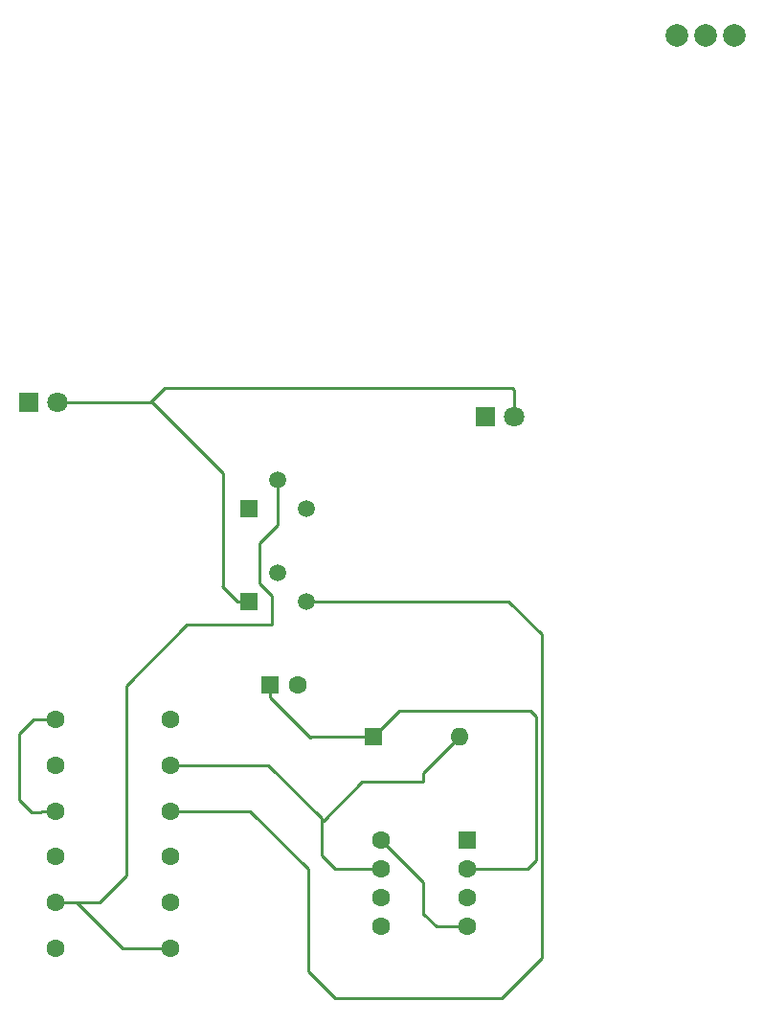
<source format=gbr>
%TF.GenerationSoftware,KiCad,Pcbnew,9.0.6*%
%TF.CreationDate,2025-12-06T15:38:28+01:00*%
%TF.ProjectId,Jumpo,4a756d70-6f2e-46b6-9963-61645f706362,rev?*%
%TF.SameCoordinates,Original*%
%TF.FileFunction,Copper,L1,Top*%
%TF.FilePolarity,Positive*%
%FSLAX46Y46*%
G04 Gerber Fmt 4.6, Leading zero omitted, Abs format (unit mm)*
G04 Created by KiCad (PCBNEW 9.0.6) date 2025-12-06 15:38:28*
%MOMM*%
%LPD*%
G01*
G04 APERTURE LIST*
G04 Aperture macros list*
%AMRoundRect*
0 Rectangle with rounded corners*
0 $1 Rounding radius*
0 $2 $3 $4 $5 $6 $7 $8 $9 X,Y pos of 4 corners*
0 Add a 4 corners polygon primitive as box body*
4,1,4,$2,$3,$4,$5,$6,$7,$8,$9,$2,$3,0*
0 Add four circle primitives for the rounded corners*
1,1,$1+$1,$2,$3*
1,1,$1+$1,$4,$5*
1,1,$1+$1,$6,$7*
1,1,$1+$1,$8,$9*
0 Add four rect primitives between the rounded corners*
20,1,$1+$1,$2,$3,$4,$5,0*
20,1,$1+$1,$4,$5,$6,$7,0*
20,1,$1+$1,$6,$7,$8,$9,0*
20,1,$1+$1,$8,$9,$2,$3,0*%
G04 Aperture macros list end*
%TA.AperFunction,ComponentPad*%
%ADD10C,1.800000*%
%TD*%
%TA.AperFunction,ComponentPad*%
%ADD11R,1.800000X1.800000*%
%TD*%
%TA.AperFunction,ComponentPad*%
%ADD12C,1.600000*%
%TD*%
%TA.AperFunction,ComponentPad*%
%ADD13R,1.600000X1.600000*%
%TD*%
%TA.AperFunction,ComponentPad*%
%ADD14RoundRect,0.250000X0.550000X0.550000X-0.550000X0.550000X-0.550000X-0.550000X0.550000X-0.550000X0*%
%TD*%
%TA.AperFunction,ComponentPad*%
%ADD15C,2.000000*%
%TD*%
%TA.AperFunction,ComponentPad*%
%ADD16R,1.500000X1.500000*%
%TD*%
%TA.AperFunction,ComponentPad*%
%ADD17C,1.500000*%
%TD*%
%TA.AperFunction,ComponentPad*%
%ADD18O,1.600000X1.600000*%
%TD*%
%TA.AperFunction,Conductor*%
%ADD19C,0.250000*%
%TD*%
G04 APERTURE END LIST*
D10*
%TO.P,D1,2,A*%
%TO.N,Net-(D1-A)*%
X152640000Y-85200000D03*
D11*
%TO.P,D1,1,K*%
%TO.N,Net-(D1-K)*%
X150100000Y-85200000D03*
%TD*%
%TO.P,D2,1,K*%
%TO.N,Net-(D1-K)*%
X109725000Y-83900000D03*
D10*
%TO.P,D2,2,A*%
%TO.N,Net-(D1-A)*%
X112265000Y-83900000D03*
%TD*%
D12*
%TO.P,C1,2*%
%TO.N,Net-(D1-K)*%
X133500000Y-108900000D03*
D13*
%TO.P,C1,1*%
%TO.N,Net-(D3-K)*%
X131000000Y-108900000D03*
%TD*%
D12*
%TO.P,R1off1,2*%
%TO.N,Net-(D3-A)*%
X122200000Y-111950000D03*
%TO.P,R1off1,1*%
%TO.N,Net-(S1-E)*%
X112040000Y-111950000D03*
%TD*%
%TO.P,R3,2*%
%TO.N,Net-(Q1-B)*%
X122200000Y-132200000D03*
%TO.P,R3,1*%
%TO.N,Net-(D3-K)*%
X112040000Y-132200000D03*
%TD*%
D14*
%TO.P,U1,1,GND*%
%TO.N,Net-(D1-K)*%
X148520000Y-122620000D03*
D12*
%TO.P,U1,2,TR*%
%TO.N,Net-(D3-K)*%
X148520000Y-125160000D03*
%TO.P,U1,3,Q*%
%TO.N,unconnected-(U1-Q-Pad3)*%
X148520000Y-127700000D03*
%TO.P,U1,4,R*%
%TO.N,Net-(S1-E)*%
X148520000Y-130240000D03*
%TO.P,U1,5,CV*%
%TO.N,unconnected-(U1-CV-Pad5)*%
X140900000Y-130240000D03*
%TO.P,U1,6,THR*%
%TO.N,Net-(D3-K)*%
X140900000Y-127700000D03*
%TO.P,U1,7,DIS*%
%TO.N,Net-(D3-A)*%
X140900000Y-125160000D03*
%TO.P,U1,8,VCC*%
%TO.N,Net-(S1-E)*%
X140900000Y-122620000D03*
%TD*%
D15*
%TO.P,S1,1,A*%
%TO.N,Net-(S1-A-Pad1)*%
X167020000Y-51500000D03*
%TO.P,S1,2,E*%
%TO.N,Net-(S1-E)*%
X169560000Y-51500000D03*
%TO.P,S1,3,A*%
%TO.N,unconnected-(S1-A-Pad3)*%
X172100000Y-51500000D03*
%TD*%
D12*
%TO.P,R7,1*%
%TO.N,Net-(D3-K)*%
X112040000Y-116000000D03*
%TO.P,R7,2*%
%TO.N,Net-(D3-A)*%
X122200000Y-116000000D03*
%TD*%
%TO.P,R6,1*%
%TO.N,Net-(S1-E)*%
X112040000Y-120050000D03*
%TO.P,R6,2*%
%TO.N,Net-(Q2-C)*%
X122200000Y-120050000D03*
%TD*%
%TO.P,R5,1*%
%TO.N,Net-(S1-E)*%
X112040000Y-124100000D03*
%TO.P,R5,2*%
%TO.N,Net-(Q1-C)*%
X122200000Y-124100000D03*
%TD*%
%TO.P,R4,1*%
%TO.N,Net-(Q1-B)*%
X112040000Y-128150000D03*
%TO.P,R4,2*%
%TO.N,Net-(D1-K)*%
X122200000Y-128150000D03*
%TD*%
D16*
%TO.P,T2,1,E*%
%TO.N,Net-(D1-A)*%
X129160000Y-101540000D03*
D17*
%TO.P,T2,2,B*%
%TO.N,Net-(Q1-C)*%
X131700000Y-99000000D03*
%TO.P,T2,3,C*%
%TO.N,Net-(Q2-C)*%
X134240000Y-101540000D03*
%TD*%
D16*
%TO.P,T1,1,E*%
%TO.N,Net-(D1-K)*%
X129200000Y-93300000D03*
D17*
%TO.P,T1,2,B*%
%TO.N,Net-(Q1-B)*%
X131740000Y-90760000D03*
%TO.P,T1,3,C*%
%TO.N,Net-(Q1-C)*%
X134280000Y-93300000D03*
%TD*%
D13*
%TO.P,D3,1,K*%
%TO.N,Net-(D3-K)*%
X140200000Y-113500000D03*
D18*
%TO.P,D3,2,A*%
%TO.N,Net-(D3-A)*%
X147820000Y-113500000D03*
%TD*%
D19*
%TO.N,Net-(Q2-C)*%
X129250000Y-120050000D02*
X122200000Y-120050000D01*
X134400000Y-125200000D02*
X129250000Y-120050000D01*
X134400000Y-134200000D02*
X134400000Y-125200000D01*
X136800000Y-136600000D02*
X134400000Y-134200000D01*
X151500000Y-136600000D02*
X136800000Y-136600000D01*
X155051000Y-133049000D02*
X151500000Y-136600000D01*
X155051000Y-104451000D02*
X155051000Y-133049000D01*
X152140000Y-101540000D02*
X155051000Y-104451000D01*
X134240000Y-101540000D02*
X152140000Y-101540000D01*
%TO.N,Net-(D3-K)*%
X134700000Y-113500000D02*
X140200000Y-113500000D01*
X134600000Y-113600000D02*
X134700000Y-113500000D01*
X131000000Y-110000000D02*
X134600000Y-113600000D01*
X131000000Y-108900000D02*
X131000000Y-110000000D01*
%TO.N,Net-(Q1-B)*%
X113250000Y-128100000D02*
X113200000Y-128150000D01*
X116000000Y-128100000D02*
X113250000Y-128100000D01*
X113200000Y-128150000D02*
X113950000Y-128150000D01*
X118300000Y-125800000D02*
X116000000Y-128100000D01*
X131200000Y-101000000D02*
X131200000Y-103600000D01*
X130100000Y-99900000D02*
X131200000Y-101000000D01*
X123700000Y-103600000D02*
X118300000Y-109000000D01*
X131740000Y-94760000D02*
X130100000Y-96400000D01*
X131200000Y-103600000D02*
X123700000Y-103600000D01*
X118300000Y-109000000D02*
X118300000Y-125800000D01*
X131740000Y-90760000D02*
X131740000Y-94760000D01*
X130100000Y-96400000D02*
X130100000Y-99900000D01*
%TO.N,Net-(S1-E)*%
X110850000Y-120050000D02*
X112040000Y-120050000D01*
X110700000Y-120200000D02*
X110850000Y-120050000D01*
X110000000Y-120200000D02*
X110700000Y-120200000D01*
X108900000Y-119100000D02*
X110000000Y-120200000D01*
X108900000Y-113200000D02*
X108900000Y-119100000D01*
X110150000Y-111950000D02*
X108900000Y-113200000D01*
X112040000Y-111950000D02*
X110150000Y-111950000D01*
%TO.N,Net-(D1-A)*%
X121700000Y-82700000D02*
X120500000Y-83900000D01*
X152500000Y-82700000D02*
X121700000Y-82700000D01*
X120500000Y-83900000D02*
X120600000Y-83900000D01*
X152640000Y-82840000D02*
X152500000Y-82700000D01*
X152640000Y-85200000D02*
X152640000Y-82840000D01*
X126800000Y-100200000D02*
X128140000Y-101540000D01*
X126900000Y-90200000D02*
X126900000Y-100100000D01*
X120600000Y-83900000D02*
X126900000Y-90200000D01*
X128140000Y-101540000D02*
X129160000Y-101540000D01*
X112265000Y-83900000D02*
X120500000Y-83900000D01*
X126900000Y-100100000D02*
X126800000Y-100200000D01*
%TO.N,Net-(Q1-B)*%
X118000000Y-132200000D02*
X122200000Y-132200000D01*
X113950000Y-128150000D02*
X118000000Y-132200000D01*
X112040000Y-128150000D02*
X113200000Y-128150000D01*
%TO.N,Net-(D3-K)*%
X153840000Y-125160000D02*
X148520000Y-125160000D01*
X154600000Y-124400000D02*
X153840000Y-125160000D01*
X154100000Y-111200000D02*
X154600000Y-111700000D01*
X142500000Y-111200000D02*
X154100000Y-111200000D01*
X140200000Y-113500000D02*
X142500000Y-111200000D01*
X154600000Y-111700000D02*
X154600000Y-124400000D01*
%TO.N,Net-(D3-A)*%
X144600000Y-117500000D02*
X139200000Y-117500000D01*
X139200000Y-117500000D02*
X135800000Y-120900000D01*
X147820000Y-113500000D02*
X144600000Y-116720000D01*
X144600000Y-116720000D02*
X144600000Y-117500000D01*
X135800000Y-120900000D02*
X135600000Y-120900000D01*
X135600000Y-120700000D02*
X135600000Y-120900000D01*
X136760000Y-125160000D02*
X140900000Y-125160000D01*
X135600000Y-124000000D02*
X136760000Y-125160000D01*
X135600000Y-120900000D02*
X135600000Y-124000000D01*
X130900000Y-116000000D02*
X135600000Y-120700000D01*
X122200000Y-116000000D02*
X130900000Y-116000000D01*
%TO.N,Net-(S1-E)*%
X144700000Y-129200000D02*
X145740000Y-130240000D01*
X144600000Y-126320000D02*
X144600000Y-129200000D01*
X140900000Y-122620000D02*
X144600000Y-126320000D01*
X144600000Y-129200000D02*
X144700000Y-129200000D01*
X145740000Y-130240000D02*
X148520000Y-130240000D01*
%TD*%
M02*

</source>
